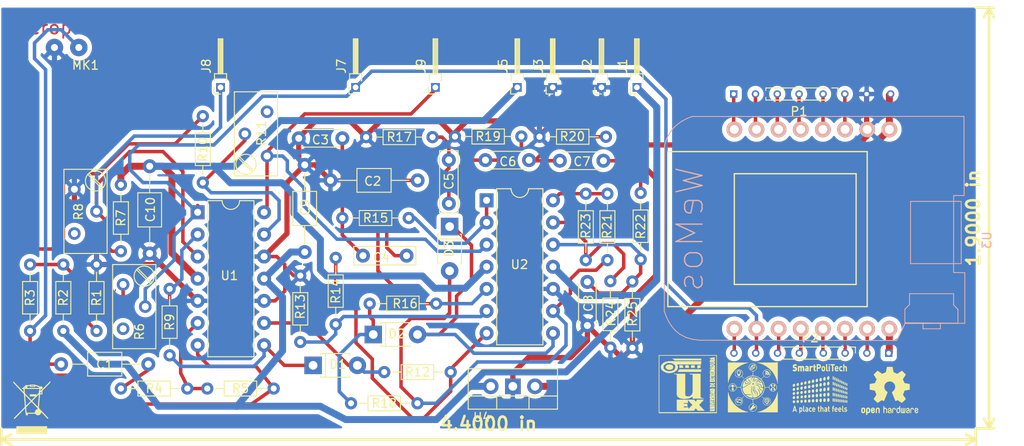
<source format=kicad_pcb>
(kicad_pcb (version 4) (host pcbnew 4.0.7-e2-6376~58~ubuntu16.04.1)
  (title_block (title "Sound Pressure Meter") (date 2017-12-15) (company "Jaime Borrallo Rivera") (comment 1 "Socket para WEMOS incluido"))
  (layers (0 F.Cu signal) (31 B.Cu signal) (34 B.Paste user) (35 F.Paste user) (36 B.SilkS user) (37 F.SilkS user) (38 B.Mask user) (39 F.Mask user) (44 Edge.Cuts user))
  (net 0 "")
  (net 1 "Net-(C1-Pad1)")
  (net 2 "Net-(C1-Pad2)")
  (net 3 GND)
  (net 4 "Net-(R1-Pad1)")
  (net 5 "Net-(R4-Pad2)")
  (net 6 "Net-(C2-Pad1)")
  (net 7 "Net-(C3-Pad1)")
  (net 8 "Net-(C4-Pad1)")
  (net 9 "Net-(C5-Pad1)")
  (net 10 "Net-(C6-Pad1)")
  (net 11 "Net-(C7-Pad1)")
  (net 12 "Net-(C8-Pad1)")
  (net 13 "Net-(D1-Pad1)")
  (net 14 "Net-(D1-Pad2)")
  (net 15 "Net-(D2-Pad1)")
  (net 16 "Net-(D2-Pad2)")
  (net 17 "Net-(D3-Pad2)")
  (net 18 "Net-(R10-Pad1)")
  (net 19 "Net-(R6-Pad1)")
  (net 20 "Net-(R10-Pad2)")
  (net 21 "Net-(R12-Pad2)")
  (net 22 "Net-(R23-Pad1)")
  (net 23 "Net-(R13-Pad2)")
  (net 24 "Net-(R15-Pad2)")
  (net 25 "Net-(R21-Pad2)")
  (net 26 C9)
  (net 27 C10)
  (net 28 Output)
  (net 29 "Net-(J8-Pad1)")
  (net 30 "Net-(J9-Pad1)")
  (net 31 "Net-(P1-Pad1)")
  (net 32 "Net-(P1-Pad2)")
  (net 33 "Net-(P1-Pad3)")
  (net 34 "Net-(P1-Pad4)")
  (net 35 "Net-(P1-Pad5)")
  (net 36 "Net-(P1-Pad6)")
  (net 37 "Net-(P1-Pad8)")
  (net 38 "Net-(P2-Pad1)")
  (net 39 "Net-(P2-Pad2)")
  (net 40 "Net-(P2-Pad3)")
  (net 41 "Net-(P2-Pad4)")
  (net 42 "Net-(P2-Pad5)")
  (net 43 "Net-(P2-Pad6)")
  (net 44 "Net-(P2-Pad8)")
  (module Wire_Connections_Bridges:WireConnection_0.80mmDrill (layer F.Cu) (at 94.996 57.912)
    (fp_text reference MK1 (at 3.556 2.032 180) (layer F.SilkS))
    (fp_text value Microphone_Condenser)
    (pad 1 thru_hole circle (at 0 0) (size 1.99898 1.99898) (drill 0.8001) (layers *.Cu *.Mask) (net 3 GND))
    (pad 2 thru_hole circle (at 2.794 0) (size 1.99898 1.99898) (drill 0.8001) (layers *.Cu *.Mask) (net 1 "Net-(C1-Pad1)"))
  )
  (module wemos_d1_mini:D1_mini_board (layer B.Cu) (at 183.134 78.74 270)
    (fp_text reference U3 (at 1.27 -18.81 270) (layer B.SilkS) (effects (justify mirror)))
    (fp_text value WeMos_mini)
    (fp_text user WeMos (at 0 15.24 270) (layer B.SilkS) (effects (font (size 3 3)) (justify mirror)))
    (pad 8 thru_hole circle (at -11.43 10.16 270) (size 1.8 1.8) (drill 1.016) (layers *.Cu *.Mask B.SilkS) (net 31 "Net-(P1-Pad1)"))
    (pad 7 thru_hole circle (at -11.43 7.62 270) (size 1.8 1.8) (drill 1.016) (layers *.Cu *.Mask B.SilkS) (net 32 "Net-(P1-Pad2)"))
    (pad 6 thru_hole circle (at -11.43 5.08 270) (size 1.8 1.8) (drill 1.016) (layers *.Cu *.Mask B.SilkS) (net 33 "Net-(P1-Pad3)"))
    (pad 5 thru_hole circle (at -11.43 2.54 270) (size 1.8 1.8) (drill 1.016) (layers *.Cu *.Mask B.SilkS) (net 34 "Net-(P1-Pad4)"))
    (pad 4 thru_hole circle (at -11.43 0 270) (size 1.8 1.8) (drill 1.016) (layers *.Cu *.Mask B.SilkS) (net 35 "Net-(P1-Pad5)"))
    (pad 3 thru_hole circle (at -11.43 -2.54 270) (size 1.8 1.8) (drill 1.016) (layers *.Cu *.Mask B.SilkS) (net 36 "Net-(P1-Pad6)"))
    (pad 2 thru_hole circle (at -11.43 -5.08 270) (size 1.8 1.8) (drill 1.016) (layers *.Cu *.Mask B.SilkS) (net 3 GND))
    (pad 1 thru_hole circle (at -11.43 -7.62 270) (size 1.8 1.8) (drill 1.016) (layers *.Cu *.Mask B.SilkS) (net 37 "Net-(P1-Pad8)"))
    (pad 16 thru_hole circle (at 11.43 -7.62 270) (size 1.8 1.8) (drill 1.016) (layers *.Cu *.Mask B.SilkS) (net 38 "Net-(P2-Pad1)"))
    (pad 15 thru_hole circle (at 11.43 -5.08 270) (size 1.8 1.8) (drill 1.016) (layers *.Cu *.Mask B.SilkS) (net 39 "Net-(P2-Pad2)"))
    (pad 14 thru_hole circle (at 11.43 -2.54 270) (size 1.8 1.8) (drill 1.016) (layers *.Cu *.Mask B.SilkS) (net 40 "Net-(P2-Pad3)"))
    (pad 13 thru_hole circle (at 11.43 0 270) (size 1.8 1.8) (drill 1.016) (layers *.Cu *.Mask B.SilkS) (net 41 "Net-(P2-Pad4)"))
    (pad 12 thru_hole circle (at 11.43 2.54 270) (size 1.8 1.8) (drill 1.016) (layers *.Cu *.Mask B.SilkS) (net 42 "Net-(P2-Pad5)"))
    (pad 11 thru_hole circle (at 11.43 5.08 270) (size 1.8 1.8) (drill 1.016) (layers *.Cu *.Mask B.SilkS) (net 43 "Net-(P2-Pad6)"))
    (pad 10 thru_hole circle (at 11.43 7.62 270) (size 1.8 1.8) (drill 1.016) (layers *.Cu *.Mask B.SilkS) (net 28 Output))
    (pad 9 thru_hole circle (at 11.43 10.16 270) (size 1.8 1.8) (drill 1.016) (layers *.Cu *.Mask B.SilkS) (net 44 "Net-(P2-Pad8)"))
  )
  (module Housings_DIP:DIP-14_W7.62mm (layer F.Cu) (at 111.42 76.81)
    (fp_text reference U1 (at 3.642 7.264) (layer F.SilkS))
    (fp_text value TL074)
    (pad 1 thru_hole rect (at 0 0) (size 1.6 1.6) (drill 0.8) (layers *.Cu *.Mask) (net 28 Output))
    (pad 8 thru_hole oval (at 7.62 15.24) (size 1.6 1.6) (drill 0.8) (layers *.Cu *.Mask) (net 13 "Net-(D1-Pad1)"))
    (pad 2 thru_hole oval (at 0 2.54) (size 1.6 1.6) (drill 0.8) (layers *.Cu *.Mask) (net 19 "Net-(R6-Pad1)"))
    (pad 9 thru_hole oval (at 7.62 12.7) (size 1.6 1.6) (drill 0.8) (layers *.Cu *.Mask) (net 14 "Net-(D1-Pad2)"))
    (pad 3 thru_hole oval (at 0 5.08) (size 1.6 1.6) (drill 0.8) (layers *.Cu *.Mask) (net 29 "Net-(J8-Pad1)"))
    (pad 10 thru_hole oval (at 7.62 10.16) (size 1.6 1.6) (drill 0.8) (layers *.Cu *.Mask) (net 3 GND))
    (pad 4 thru_hole oval (at 0 7.62) (size 1.6 1.6) (drill 0.8) (layers *.Cu *.Mask) (net 27 C10))
    (pad 11 thru_hole oval (at 7.62 7.62) (size 1.6 1.6) (drill 0.8) (layers *.Cu *.Mask) (net 26 C9))
    (pad 5 thru_hole oval (at 0 10.16) (size 1.6 1.6) (drill 0.8) (layers *.Cu *.Mask) (net 3 GND))
    (pad 12 thru_hole oval (at 7.62 5.08) (size 1.6 1.6) (drill 0.8) (layers *.Cu *.Mask) (net 3 GND))
    (pad 6 thru_hole oval (at 0 12.7) (size 1.6 1.6) (drill 0.8) (layers *.Cu *.Mask) (net 5 "Net-(R4-Pad2)"))
    (pad 13 thru_hole oval (at 7.62 2.54) (size 1.6 1.6) (drill 0.8) (layers *.Cu *.Mask) (net 20 "Net-(R10-Pad2)"))
    (pad 7 thru_hole oval (at 0 15.24) (size 1.6 1.6) (drill 0.8) (layers *.Cu *.Mask) (net 18 "Net-(R10-Pad1)"))
    (pad 14 thru_hole oval (at 7.62 0) (size 1.6 1.6) (drill 0.8) (layers *.Cu *.Mask) (net 30 "Net-(J9-Pad1)"))
  )
  (module Housings_DIP:DIP-14_W7.62mm (layer F.Cu) (at 144.56 75.44)
    (fp_text reference U2 (at 3.776 7.364) (layer F.SilkS))
    (fp_text value TL074)
    (pad 1 thru_hole rect (at 0 0) (size 1.6 1.6) (drill 0.8) (layers *.Cu *.Mask) (net 24 "Net-(R15-Pad2)"))
    (pad 8 thru_hole oval (at 7.62 15.24) (size 1.6 1.6) (drill 0.8) (layers *.Cu *.Mask) (net 16 "Net-(D2-Pad2)"))
    (pad 2 thru_hole oval (at 0 2.54) (size 1.6 1.6) (drill 0.8) (layers *.Cu *.Mask) (net 24 "Net-(R15-Pad2)"))
    (pad 9 thru_hole oval (at 7.62 12.7) (size 1.6 1.6) (drill 0.8) (layers *.Cu *.Mask) (net 17 "Net-(D3-Pad2)"))
    (pad 3 thru_hole oval (at 0 5.08) (size 1.6 1.6) (drill 0.8) (layers *.Cu *.Mask) (net 30 "Net-(J9-Pad1)"))
    (pad 10 thru_hole oval (at 7.62 10.16) (size 1.6 1.6) (drill 0.8) (layers *.Cu *.Mask) (net 3 GND))
    (pad 4 thru_hole oval (at 0 7.62) (size 1.6 1.6) (drill 0.8) (layers *.Cu *.Mask) (net 27 C10))
    (pad 11 thru_hole oval (at 7.62 7.62) (size 1.6 1.6) (drill 0.8) (layers *.Cu *.Mask) (net 26 C9))
    (pad 5 thru_hole oval (at 0 10.16) (size 1.6 1.6) (drill 0.8) (layers *.Cu *.Mask) (net 6 "Net-(C2-Pad1)"))
    (pad 12 thru_hole oval (at 7.62 5.08) (size 1.6 1.6) (drill 0.8) (layers *.Cu *.Mask) (net 12 "Net-(C8-Pad1)"))
    (pad 6 thru_hole oval (at 0 12.7) (size 1.6 1.6) (drill 0.8) (layers *.Cu *.Mask) (net 23 "Net-(R13-Pad2)"))
    (pad 13 thru_hole oval (at 7.62 2.54) (size 1.6 1.6) (drill 0.8) (layers *.Cu *.Mask) (net 22 "Net-(R23-Pad1)"))
    (pad 7 thru_hole oval (at 0 15.24) (size 1.6 1.6) (drill 0.8) (layers *.Cu *.Mask) (net 21 "Net-(R12-Pad2)"))
    (pad 14 thru_hole oval (at 7.62 0) (size 1.6 1.6) (drill 0.8) (layers *.Cu *.Mask) (net 25 "Net-(R21-Pad2)"))
  )
  (module Capacitors_THT:C_Axial_L3.8mm_D2.6mm_P10.00mm_Horizontal (layer F.Cu) (at 95.758 94.234)
    (fp_text reference C1 (at 4.992 0.016) (layer F.SilkS))
    (fp_text value 1u)
    (pad 1 thru_hole circle (at 0 0) (size 1.6 1.6) (drill 0.8) (layers *.Cu *.Mask) (net 1 "Net-(C1-Pad1)"))
    (pad 2 thru_hole oval (at 10 0) (size 1.6 1.6) (drill 0.8) (layers *.Cu *.Mask) (net 2 "Net-(C1-Pad2)"))
  )
  (module Capacitors_THT:C_Axial_L3.8mm_D2.6mm_P10.00mm_Horizontal (layer F.Cu) (at 136.652 73.152 180)
    (fp_text reference C2 (at 5.152 -0.098 180) (layer F.SilkS))
    (fp_text value 2.2u)
    (pad 1 thru_hole circle (at 0 0 180) (size 1.6 1.6) (drill 0.8) (layers *.Cu *.Mask) (net 6 "Net-(C2-Pad1)"))
    (pad 2 thru_hole oval (at 10 0 180) (size 1.6 1.6) (drill 0.8) (layers *.Cu *.Mask) (net 3 GND))
  )
  (module Capacitors_THT:C_Disc_D4.3mm_W1.9mm_P5.00mm (layer F.Cu) (at 128.016 68.326 180)
    (fp_text reference C3 (at 2.516 -0.174 180) (layer F.SilkS))
    (fp_text value 2.2n)
    (pad 1 thru_hole circle (at 0 0 180) (size 1.6 1.6) (drill 0.8) (layers *.Cu *.Mask) (net 7 "Net-(C3-Pad1)"))
    (pad 2 thru_hole circle (at 5 0 180) (size 1.6 1.6) (drill 0.8) (layers *.Cu *.Mask) (net 3 GND))
  )
  (module Capacitors_THT:C_Rect_L7.0mm_W2.0mm_P5.00mm (layer F.Cu) (at 135.382 81.788 180)
    (fp_text reference C4 (at 2.882 -0.212 180) (layer F.SilkS))
    (fp_text value 100n)
    (pad 1 thru_hole circle (at 0 0 180) (size 1.6 1.6) (drill 0.8) (layers *.Cu *.Mask) (net 8 "Net-(C4-Pad1)"))
    (pad 2 thru_hole circle (at 5 0 180) (size 1.6 1.6) (drill 0.8) (layers *.Cu *.Mask) (net 7 "Net-(C3-Pad1)"))
  )
  (module Capacitors_THT:C_Rect_L7.0mm_W2.0mm_P5.00mm (layer F.Cu) (at 140.23 75.81 90)
    (fp_text reference C5 (at 2.56 0.02 90) (layer F.SilkS))
    (fp_text value 100n)
    (pad 1 thru_hole circle (at 0 0 90) (size 1.6 1.6) (drill 0.8) (layers *.Cu *.Mask) (net 9 "Net-(C5-Pad1)"))
    (pad 2 thru_hole circle (at 5 0 90) (size 1.6 1.6) (drill 0.8) (layers *.Cu *.Mask) (net 8 "Net-(C4-Pad1)"))
  )
  (module Capacitors_THT:C_Disc_D4.3mm_W1.9mm_P5.00mm (layer F.Cu) (at 149.43 70.83 180)
    (fp_text reference C6 (at 2.43 -0.17 180) (layer F.SilkS))
    (fp_text value 4.7n)
    (pad 1 thru_hole circle (at 0 0 180) (size 1.6 1.6) (drill 0.8) (layers *.Cu *.Mask) (net 10 "Net-(C6-Pad1)"))
    (pad 2 thru_hole circle (at 5 0 180) (size 1.6 1.6) (drill 0.8) (layers *.Cu *.Mask) (net 9 "Net-(C5-Pad1)"))
  )
  (module Capacitors_THT:C_Disc_D4.3mm_W1.9mm_P5.00mm (layer F.Cu) (at 157.96 70.9 180)
    (fp_text reference C7 (at 2.46 -0.1 180) (layer F.SilkS))
    (fp_text value 4.7n)
    (pad 1 thru_hole circle (at 0 0 180) (size 1.6 1.6) (drill 0.8) (layers *.Cu *.Mask) (net 11 "Net-(C7-Pad1)"))
    (pad 2 thru_hole circle (at 5 0 180) (size 1.6 1.6) (drill 0.8) (layers *.Cu *.Mask) (net 10 "Net-(C6-Pad1)"))
  )
  (module Capacitors_THT:C_Disc_D4.3mm_W1.9mm_P5.00mm (layer F.Cu) (at 156.12 84.8 270)
    (fp_text reference C8 (at 2.45 -0.13 270) (layer F.SilkS))
    (fp_text value 1n)
    (pad 1 thru_hole circle (at 0 0 270) (size 1.6 1.6) (drill 0.8) (layers *.Cu *.Mask) (net 12 "Net-(C8-Pad1)"))
    (pad 2 thru_hole circle (at 5 0 270) (size 1.6 1.6) (drill 0.8) (layers *.Cu *.Mask) (net 3 GND))
  )
  (module Capacitors_THT:C_Axial_L3.8mm_D2.6mm_P10.00mm_Horizontal (layer F.Cu) (at 123.698 71.374 270)
    (fp_text reference C9 (at 4.876 -0.052 270) (layer F.SilkS))
    (fp_text value 33u)
    (pad 1 thru_hole circle (at 0 0 270) (size 1.6 1.6) (drill 0.8) (layers *.Cu *.Mask) (net 3 GND))
    (pad 2 thru_hole oval (at 10 0 270) (size 1.6 1.6) (drill 0.8) (layers *.Cu *.Mask) (net 26 C9))
  )
  (module Capacitors_THT:C_Axial_L3.8mm_D2.6mm_P10.00mm_Horizontal (layer F.Cu) (at 105.918 81.534 90)
    (fp_text reference C10 (at 5.034 0.082 90) (layer F.SilkS))
    (fp_text value 33u)
    (pad 1 thru_hole circle (at 0 0 90) (size 1.6 1.6) (drill 0.8) (layers *.Cu *.Mask) (net 3 GND))
    (pad 2 thru_hole oval (at 10 0 90) (size 1.6 1.6) (drill 0.8) (layers *.Cu *.Mask) (net 27 C10))
  )
  (module Diodes_THT:D_T-1_P5.08mm_Horizontal (layer F.Cu) (at 124.66 94.37)
    (fp_text reference D1 (at 2.84 -0.12) (layer F.SilkS))
    (fp_text value 1N4148)
    (pad 1 thru_hole rect (at 0 0) (size 2 2) (drill 1) (layers *.Cu *.Mask) (net 13 "Net-(D1-Pad1)"))
    (pad 2 thru_hole oval (at 5.08 0) (size 2 2) (drill 1) (layers *.Cu *.Mask) (net 14 "Net-(D1-Pad2)"))
  )
  (module Diodes_THT:D_T-1_P5.08mm_Horizontal (layer F.Cu) (at 131.56 90.83)
    (fp_text reference D2 (at 2.69 -0.08) (layer F.SilkS))
    (fp_text value 1N4148)
    (pad 1 thru_hole rect (at 0 0) (size 2 2) (drill 1) (layers *.Cu *.Mask) (net 15 "Net-(D2-Pad1)"))
    (pad 2 thru_hole oval (at 5.08 0) (size 2 2) (drill 1) (layers *.Cu *.Mask) (net 16 "Net-(D2-Pad2)"))
  )
  (module Diodes_THT:D_T-1_P5.08mm_Horizontal (layer F.Cu) (at 140.32 78.45 270)
    (fp_text reference D3 (at 2.55 0.07 270) (layer F.SilkS))
    (fp_text value 1N4148)
    (pad 1 thru_hole rect (at 0 0 270) (size 2 2) (drill 1) (layers *.Cu *.Mask) (net 16 "Net-(D2-Pad2)"))
    (pad 2 thru_hole oval (at 5.08 0 270) (size 2 2) (drill 1) (layers *.Cu *.Mask) (net 17 "Net-(D3-Pad2)"))
  )
  (module Resistors_THT:R_Axial_DIN0204_L3.6mm_D1.6mm_P7.62mm_Horizontal (layer F.Cu) (at 99.822 90.424 90)
    (fp_text reference R1 (at 3.81 0 90) (layer F.SilkS))
    (fp_text value 300)
    (pad 1 thru_hole circle (at 0 0 90) (size 1.4 1.4) (drill 0.7) (layers *.Cu *.Mask) (net 4 "Net-(R1-Pad1)"))
    (pad 2 thru_hole oval (at 7.62 0 90) (size 1.4 1.4) (drill 0.7) (layers *.Cu *.Mask) (net 3 GND))
  )
  (module Resistors_THT:R_Axial_DIN0204_L3.6mm_D1.6mm_P7.62mm_Horizontal (layer F.Cu) (at 96.012 90.424 90)
    (fp_text reference R2 (at 3.81 0 90) (layer F.SilkS))
    (fp_text value 1k)
    (pad 1 thru_hole circle (at 0 0 90) (size 1.4 1.4) (drill 0.7) (layers *.Cu *.Mask) (net 26 C9))
    (pad 2 thru_hole oval (at 7.62 0 90) (size 1.4 1.4) (drill 0.7) (layers *.Cu *.Mask) (net 4 "Net-(R1-Pad1)"))
  )
  (module Resistors_THT:R_Axial_DIN0204_L3.6mm_D1.6mm_P7.62mm_Horizontal (layer F.Cu) (at 92.202 90.424 90)
    (fp_text reference R3 (at 3.81 0 90) (layer F.SilkS))
    (fp_text value 2.2k)
    (pad 1 thru_hole circle (at 0 0 90) (size 1.4 1.4) (drill 0.7) (layers *.Cu *.Mask) (net 1 "Net-(C1-Pad1)"))
    (pad 2 thru_hole oval (at 7.62 0 90) (size 1.4 1.4) (drill 0.7) (layers *.Cu *.Mask) (net 4 "Net-(R1-Pad1)"))
  )
  (module Resistors_THT:R_Axial_DIN0204_L3.6mm_D1.6mm_P7.62mm_Horizontal (layer F.Cu) (at 102.616 97.028)
    (fp_text reference R4 (at 3.81 0) (layer F.SilkS))
    (fp_text value 1k)
    (pad 1 thru_hole circle (at 0 0) (size 1.4 1.4) (drill 0.7) (layers *.Cu *.Mask) (net 2 "Net-(C1-Pad2)"))
    (pad 2 thru_hole oval (at 7.62 0) (size 1.4 1.4) (drill 0.7) (layers *.Cu *.Mask) (net 5 "Net-(R4-Pad2)"))
  )
  (module Resistors_THT:R_Axial_DIN0204_L3.6mm_D1.6mm_P7.62mm_Horizontal (layer F.Cu) (at 120.142 97.028 180)
    (fp_text reference R5 (at 3.81 0 180) (layer F.SilkS))
    (fp_text value "20 k")
    (pad 1 thru_hole circle (at 0 0 180) (size 1.4 1.4) (drill 0.7) (layers *.Cu *.Mask) (net 18 "Net-(R10-Pad1)"))
    (pad 2 thru_hole oval (at 7.62 0 180) (size 1.4 1.4) (drill 0.7) (layers *.Cu *.Mask) (net 5 "Net-(R4-Pad2)"))
  )
  (module Resistors_THT:R_Axial_DIN0204_L3.6mm_D1.6mm_P7.62mm_Horizontal (layer F.Cu) (at 102.616 81.28 90)
    (fp_text reference R7 (at 3.81 0 90) (layer F.SilkS))
    (fp_text value 10k)
    (pad 1 thru_hole circle (at 0 0 90) (size 1.4 1.4) (drill 0.7) (layers *.Cu *.Mask) (net 29 "Net-(J8-Pad1)"))
    (pad 2 thru_hole oval (at 7.62 0 90) (size 1.4 1.4) (drill 0.7) (layers *.Cu *.Mask) (net 27 C10))
  )
  (module Resistors_THT:R_Axial_DIN0204_L3.6mm_D1.6mm_P7.62mm_Horizontal (layer F.Cu) (at 108.204 85.598 270)
    (fp_text reference R9 (at 3.81 0 270) (layer F.SilkS))
    (fp_text value 1k)
    (pad 1 thru_hole circle (at 0 0 270) (size 1.4 1.4) (drill 0.7) (layers *.Cu *.Mask) (net 19 "Net-(R6-Pad1)"))
    (pad 2 thru_hole oval (at 7.62 0 270) (size 1.4 1.4) (drill 0.7) (layers *.Cu *.Mask) (net 13 "Net-(D1-Pad1)"))
  )
  (module Resistors_THT:R_Axial_DIN0204_L3.6mm_D1.6mm_P7.62mm_Horizontal (layer F.Cu) (at 112.014 65.786 270)
    (fp_text reference R10 (at 3.81 0 270) (layer F.SilkS))
    (fp_text value 1k)
    (pad 1 thru_hole circle (at 0 0 270) (size 1.4 1.4) (drill 0.7) (layers *.Cu *.Mask) (net 18 "Net-(R10-Pad1)"))
    (pad 2 thru_hole oval (at 7.62 0 270) (size 1.4 1.4) (drill 0.7) (layers *.Cu *.Mask) (net 20 "Net-(R10-Pad2)"))
  )
  (module Resistors_THT:R_Axial_DIN0204_L3.6mm_D1.6mm_P7.62mm_Horizontal (layer F.Cu) (at 132.82 95.14)
    (fp_text reference R12 (at 3.81 0) (layer F.SilkS))
    (fp_text value 1k)
    (pad 1 thru_hole circle (at 0 0) (size 1.4 1.4) (drill 0.7) (layers *.Cu *.Mask) (net 14 "Net-(D1-Pad2)"))
    (pad 2 thru_hole oval (at 7.62 0) (size 1.4 1.4) (drill 0.7) (layers *.Cu *.Mask) (net 21 "Net-(R12-Pad2)"))
  )
  (module Resistors_THT:R_Axial_DIN0204_L3.6mm_D1.6mm_P7.62mm_Horizontal (layer F.Cu) (at 123.19 84.074 270)
    (fp_text reference R13 (at 3.556 0 270) (layer F.SilkS))
    (fp_text value 1k)
    (pad 1 thru_hole circle (at 0 0 270) (size 1.4 1.4) (drill 0.7) (layers *.Cu *.Mask) (net 3 GND))
    (pad 2 thru_hole oval (at 7.62 0 270) (size 1.4 1.4) (drill 0.7) (layers *.Cu *.Mask) (net 23 "Net-(R13-Pad2)"))
  )
  (module Resistors_THT:R_Axial_DIN0204_L3.6mm_D1.6mm_P7.62mm_Horizontal (layer F.Cu) (at 127.254 89.662 90)
    (fp_text reference R14 (at 3.81 0 90) (layer F.SilkS))
    (fp_text value 1.5k)
    (pad 1 thru_hole circle (at 0 0 90) (size 1.4 1.4) (drill 0.7) (layers *.Cu *.Mask) (net 23 "Net-(R13-Pad2)"))
    (pad 2 thru_hole oval (at 7.62 0 90) (size 1.4 1.4) (drill 0.7) (layers *.Cu *.Mask) (net 21 "Net-(R12-Pad2)"))
  )
  (module Resistors_THT:R_Axial_DIN0204_L3.6mm_D1.6mm_P7.62mm_Horizontal (layer F.Cu) (at 128.016 77.47)
    (fp_text reference R15 (at 3.81 0) (layer F.SilkS))
    (fp_text value "6.04 k")
    (pad 1 thru_hole circle (at 0 0) (size 1.4 1.4) (drill 0.7) (layers *.Cu *.Mask) (net 7 "Net-(C3-Pad1)"))
    (pad 2 thru_hole oval (at 7.62 0) (size 1.4 1.4) (drill 0.7) (layers *.Cu *.Mask) (net 24 "Net-(R15-Pad2)"))
  )
  (module Resistors_THT:R_Axial_DIN0204_L3.6mm_D1.6mm_P7.62mm_Horizontal (layer F.Cu) (at 138.77 87.29 180)
    (fp_text reference R16 (at 3.556 0 180) (layer F.SilkS))
    (fp_text value 56.7k)
    (pad 1 thru_hole circle (at 0 0 180) (size 1.4 1.4) (drill 0.7) (layers *.Cu *.Mask) (net 6 "Net-(C2-Pad1)"))
    (pad 2 thru_hole oval (at 7.62 0 180) (size 1.4 1.4) (drill 0.7) (layers *.Cu *.Mask) (net 15 "Net-(D2-Pad1)"))
  )
  (module Resistors_THT:R_Axial_DIN0204_L3.6mm_D1.6mm_P7.62mm_Horizontal (layer F.Cu) (at 130.74 68.19)
    (fp_text reference R17 (at 3.81 0) (layer F.SilkS))
    (fp_text value "82.5 k")
    (pad 1 thru_hole circle (at 0 0) (size 1.4 1.4) (drill 0.7) (layers *.Cu *.Mask) (net 3 GND))
    (pad 2 thru_hole oval (at 7.62 0) (size 1.4 1.4) (drill 0.7) (layers *.Cu *.Mask) (net 8 "Net-(C4-Pad1)"))
  )
  (module Resistors_THT:R_Axial_DIN0204_L3.6mm_D1.6mm_P7.62mm_Horizontal (layer F.Cu) (at 129.01 98.72)
    (fp_text reference R18 (at 3.81 0) (layer F.SilkS))
    (fp_text value 1k)
    (pad 1 thru_hole circle (at 0 0) (size 1.4 1.4) (drill 0.7) (layers *.Cu *.Mask) (net 15 "Net-(D2-Pad1)"))
    (pad 2 thru_hole oval (at 7.62 0) (size 1.4 1.4) (drill 0.7) (layers *.Cu *.Mask) (net 17 "Net-(D3-Pad2)"))
  )
  (module Resistors_THT:R_Axial_DIN0204_L3.6mm_D1.6mm_P7.62mm_Horizontal (layer F.Cu) (at 140.93 68.12)
    (fp_text reference R19 (at 3.81 0) (layer F.SilkS))
    (fp_text value "82.5 k")
    (pad 1 thru_hole circle (at 0 0) (size 1.4 1.4) (drill 0.7) (layers *.Cu *.Mask) (net 3 GND))
    (pad 2 thru_hole oval (at 7.62 0) (size 1.4 1.4) (drill 0.7) (layers *.Cu *.Mask) (net 9 "Net-(C5-Pad1)"))
  )
  (module Resistors_THT:R_Axial_DIN0204_L3.6mm_D1.6mm_P7.62mm_Horizontal (layer F.Cu) (at 150.63 68.15)
    (fp_text reference R20 (at 3.77 -0.03) (layer F.SilkS))
    (fp_text value "150 k")
    (pad 1 thru_hole circle (at 0 0) (size 1.4 1.4) (drill 0.7) (layers *.Cu *.Mask) (net 3 GND))
    (pad 2 thru_hole oval (at 7.62 0) (size 1.4 1.4) (drill 0.7) (layers *.Cu *.Mask) (net 10 "Net-(C6-Pad1)"))
  )
  (module Resistors_THT:R_Axial_DIN0204_L3.6mm_D1.6mm_P7.62mm_Horizontal (layer F.Cu) (at 158.42 82.3 90)
    (fp_text reference R21 (at 3.89 -0.04 90) (layer F.SilkS))
    (fp_text value 1k)
    (pad 1 thru_hole circle (at 0 0 90) (size 1.4 1.4) (drill 0.7) (layers *.Cu *.Mask) (net 17 "Net-(D3-Pad2)"))
    (pad 2 thru_hole oval (at 7.62 0 90) (size 1.4 1.4) (drill 0.7) (layers *.Cu *.Mask) (net 25 "Net-(R21-Pad2)"))
  )
  (module Resistors_THT:R_Axial_DIN0204_L3.6mm_D1.6mm_P7.62mm_Horizontal (layer F.Cu) (at 162.23 74.6 270)
    (fp_text reference R22 (at 3.85 0 270) (layer F.SilkS))
    (fp_text value "82.5 k")
    (pad 1 thru_hole circle (at 0 0 270) (size 1.4 1.4) (drill 0.7) (layers *.Cu *.Mask) (net 11 "Net-(C7-Pad1)"))
    (pad 2 thru_hole oval (at 7.62 0 270) (size 1.4 1.4) (drill 0.7) (layers *.Cu *.Mask) (net 12 "Net-(C8-Pad1)"))
  )
  (module Resistors_THT:R_Axial_DIN0204_L3.6mm_D1.6mm_P7.62mm_Horizontal (layer F.Cu) (at 155.94 82.3 90)
    (fp_text reference R23 (at 3.92 0 90) (layer F.SilkS))
    (fp_text value 4k)
    (pad 1 thru_hole circle (at 0 0 90) (size 1.4 1.4) (drill 0.7) (layers *.Cu *.Mask) (net 22 "Net-(R23-Pad1)"))
    (pad 2 thru_hole oval (at 7.62 0 90) (size 1.4 1.4) (drill 0.7) (layers *.Cu *.Mask) (net 25 "Net-(R21-Pad2)"))
  )
  (module Resistors_THT:R_Axial_DIN0204_L3.6mm_D1.6mm_P7.62mm_Horizontal (layer F.Cu) (at 158.76 84.71 270)
    (fp_text reference R24 (at 3.75 -0.074 270) (layer F.SilkS))
    (fp_text value 1k)
    (pad 1 thru_hole circle (at 0 0 270) (size 1.4 1.4) (drill 0.7) (layers *.Cu *.Mask) (net 22 "Net-(R23-Pad1)"))
    (pad 2 thru_hole oval (at 7.62 0 270) (size 1.4 1.4) (drill 0.7) (layers *.Cu *.Mask) (net 3 GND))
  )
  (module Resistors_THT:R_Axial_DIN0204_L3.6mm_D1.6mm_P7.62mm_Horizontal (layer F.Cu) (at 161.28 92.37 90)
    (fp_text reference R25 (at 3.904 0.016 90) (layer F.SilkS))
    (fp_text value "20 k")
    (pad 1 thru_hole circle (at 0 0 90) (size 1.4 1.4) (drill 0.7) (layers *.Cu *.Mask) (net 3 GND))
    (pad 2 thru_hole oval (at 7.62 0 90) (size 1.4 1.4) (drill 0.7) (layers *.Cu *.Mask) (net 12 "Net-(C8-Pad1)"))
  )
  (module Pin_Headers:Pin_Header_Angled_1x01_Pitch1.27mm (layer F.Cu) (at 161.798 62.484 90)
    (fp_text reference J1 (at 2.4325 -1.635 90) (layer F.SilkS))
    (fp_text value VCC+)
    (pad 1 thru_hole rect (at 0 0 90) (size 1 1) (drill 0.65) (layers *.Cu *.Mask) (net 26 C9))
  )
  (module Pin_Headers:Pin_Header_Angled_1x01_Pitch1.27mm (layer F.Cu) (at 157.734 62.484 90)
    (fp_text reference J2 (at 2.4325 -1.635 90) (layer F.SilkS))
    (fp_text value GND)
    (pad 1 thru_hole rect (at 0 0 90) (size 1 1) (drill 0.65) (layers *.Cu *.Mask) (net 3 GND))
  )
  (module Pin_Headers:Pin_Header_Angled_1x01_Pitch1.27mm (layer F.Cu) (at 148.082 62.484 90)
    (fp_text reference J5 (at 2.4325 -1.635 90) (layer F.SilkS))
    (fp_text value VDD-)
    (pad 1 thru_hole rect (at 0 0 90) (size 1 1) (drill 0.65) (layers *.Cu *.Mask) (net 27 C10))
  )
  (module Potentiometers:Potentiometer_Trimmer_Bourns_3296Y (layer F.Cu) (at 102.87 85.09 90)
    (fp_text reference R6 (at -5.41 1.88 270) (layer F.SilkS))
    (fp_text value 10k)
    (pad 1 thru_hole circle (at 0 0 90) (size 1.44 1.44) (drill 0.8) (layers *.Cu *.Mask) (net 19 "Net-(R6-Pad1)"))
    (pad 2 thru_hole circle (at -2.54 2.54 90) (size 1.44 1.44) (drill 0.8) (layers *.Cu *.Mask) (net 28 Output))
    (pad 3 thru_hole circle (at -5.08 0 90) (size 1.44 1.44) (drill 0.8) (layers *.Cu *.Mask))
  )
  (module Potentiometers:Potentiometer_Trimmer_Bourns_3296Y (layer F.Cu) (at 97.282 74.168 90)
    (fp_text reference R8 (at -2.582 0.468 270) (layer F.SilkS))
    (fp_text value 1k)
    (pad 1 thru_hole circle (at 0 0 90) (size 1.44 1.44) (drill 0.8) (layers *.Cu *.Mask) (net 3 GND))
    (pad 2 thru_hole circle (at -2.54 2.54 90) (size 1.44 1.44) (drill 0.8) (layers *.Cu *.Mask) (net 29 "Net-(J8-Pad1)"))
    (pad 3 thru_hole circle (at -5.08 0 90) (size 1.44 1.44) (drill 0.8) (layers *.Cu *.Mask))
  )
  (module Potentiometers:Potentiometer_Trimmer_Bourns_3296Y (layer F.Cu) (at 119.38 70.358 270)
    (fp_text reference R11 (at -2.608 0.63 270) (layer F.SilkS))
    (fp_text value 50k)
    (pad 1 thru_hole circle (at 0 0 270) (size 1.44 1.44) (drill 0.8) (layers *.Cu *.Mask) (net 30 "Net-(J9-Pad1)"))
    (pad 2 thru_hole circle (at -2.54 2.54 270) (size 1.44 1.44) (drill 0.8) (layers *.Cu *.Mask) (net 20 "Net-(R10-Pad2)"))
    (pad 3 thru_hole circle (at -5.08 0 270) (size 1.44 1.44) (drill 0.8) (layers *.Cu *.Mask))
  )
  (module Pin_Headers:Pin_Header_Angled_1x01_Pitch1.27mm (layer F.Cu) (at 152.146 62.484 90)
    (fp_text reference J3 (at 2.4325 -1.635 90) (layer F.SilkS))
    (fp_text value GND)
    (pad 1 thru_hole rect (at 0 0 90) (size 1 1) (drill 0.65) (layers *.Cu *.Mask) (net 3 GND))
  )
  (module Pin_Headers:Pin_Header_Angled_1x01_Pitch1.27mm (layer F.Cu) (at 129.54 62.484 90)
    (fp_text reference J7 (at 2.4325 -1.635 90) (layer F.SilkS))
    (fp_text value "Ajuste señal salida")
    (pad 1 thru_hole rect (at 0 0 90) (size 1 1) (drill 0.65) (layers *.Cu *.Mask) (net 28 Output))
  )
  (module Pin_Headers:Pin_Header_Angled_1x01_Pitch1.27mm (layer F.Cu) (at 114.046 62.484 90)
    (fp_text reference J8 (at 2.4325 -1.635 90) (layer F.SilkS))
    (fp_text value "Ajuste nivel umbral")
    (pad 1 thru_hole rect (at 0 0 90) (size 1 1) (drill 0.65) (layers *.Cu *.Mask) (net 29 "Net-(J8-Pad1)"))
  )
  (module Pin_Headers:Pin_Header_Angled_1x01_Pitch1.27mm (layer F.Cu) (at 138.684 62.484 90)
    (fp_text reference J9 (at 2.4325 -1.635 90) (layer F.SilkS))
    (fp_text value "Salida Previo")
    (pad 1 thru_hole rect (at 0 0 90) (size 1 1) (drill 0.65) (layers *.Cu *.Mask) (net 30 "Net-(J9-Pad1)"))
  )
  (module Pin_Headers:Pin_Header_Straight_1x08_Pitch1.00mm (layer F.Cu) (at 184.15 63.246 270)
    (fp_text reference P1 (at 2 3.75 360) (layer F.SilkS))
    (fp_text value CONN_01X08)
    (pad 1 thru_hole rect (at 0 11.25 270) (size 0.85 0.85) (drill 0.5) (layers *.Cu *.Mask) (net 31 "Net-(P1-Pad1)"))
    (pad 2 thru_hole oval (at 0 8.75 270) (size 0.85 0.85) (drill 0.5) (layers *.Cu *.Mask) (net 32 "Net-(P1-Pad2)"))
    (pad 3 thru_hole oval (at 0 6.25 270) (size 0.85 0.85) (drill 0.5) (layers *.Cu *.Mask) (net 33 "Net-(P1-Pad3)"))
    (pad 4 thru_hole oval (at 0 3.75 270) (size 0.85 0.85) (drill 0.5) (layers *.Cu *.Mask) (net 34 "Net-(P1-Pad4)"))
    (pad 5 thru_hole oval (at 0 1 270) (size 0.85 0.85) (drill 0.5) (layers *.Cu *.Mask) (net 35 "Net-(P1-Pad5)"))
    (pad 6 thru_hole oval (at 0 -1.5 270) (size 0.85 0.85) (drill 0.5) (layers *.Cu *.Mask) (net 36 "Net-(P1-Pad6)"))
    (pad 7 thru_hole oval (at 0 -4 270) (size 0.85 0.85) (drill 0.5) (layers *.Cu *.Mask) (net 3 GND))
    (pad 8 thru_hole oval (at 0 -6.75 270) (size 0.85 0.85) (drill 0.5) (layers *.Cu *.Mask) (net 37 "Net-(P1-Pad8)"))
  )
  (module Pin_Headers:Pin_Header_Straight_1x08_Pitch1.00mm (layer F.Cu) (at 186.182 92.964 270)
    (fp_text reference P2 (at -1.75 4.5 360) (layer F.SilkS))
    (fp_text value CONN_01X08)
    (pad 1 thru_hole rect (at 0 -4.5 270) (size 0.85 0.85) (drill 0.5) (layers *.Cu *.Mask) (net 38 "Net-(P2-Pad1)"))
    (pad 2 thru_hole oval (at 0 -2 270) (size 0.85 0.85) (drill 0.5) (layers *.Cu *.Mask) (net 39 "Net-(P2-Pad2)"))
    (pad 3 thru_hole oval (at 0 0.5 270) (size 0.85 0.85) (drill 0.5) (layers *.Cu *.Mask) (net 40 "Net-(P2-Pad3)"))
    (pad 4 thru_hole oval (at 0 3 270) (size 0.85 0.85) (drill 0.5) (layers *.Cu *.Mask) (net 41 "Net-(P2-Pad4)"))
    (pad 5 thru_hole oval (at 0 5.75 270) (size 0.85 0.85) (drill 0.5) (layers *.Cu *.Mask) (net 42 "Net-(P2-Pad5)"))
    (pad 6 thru_hole oval (at 0 8.25 270) (size 0.85 0.85) (drill 0.5) (layers *.Cu *.Mask) (net 43 "Net-(P2-Pad6)"))
    (pad 7 thru_hole oval (at 0 10.75 270) (size 0.85 0.85) (drill 0.5) (layers *.Cu *.Mask) (net 28 Output))
    (pad 8 thru_hole oval (at 0 13.25 270) (size 0.85 0.85) (drill 0.5) (layers *.Cu *.Mask) (net 44 "Net-(P2-Pad8)"))
  )
  (module TO_SOT_Packages_THT:TO-220-3_Vertical (layer F.Cu) (at 150.114 96.774 180)
    (fp_text reference U4 (at 6.096 -3.556 180) (layer F.SilkS))
    (fp_text value AP1117-33)
    (pad 1 thru_hole rect (at 2.54 0 180) (size 1.8 1.8) (drill 1) (layers *.Cu *.Mask) (net 3 GND))
    (pad 2 thru_hole oval (at 0 0 180) (size 1.8 1.8) (drill 1) (layers *.Cu *.Mask) (net 37 "Net-(P1-Pad8)"))
    (pad 3 thru_hole oval (at 5.08 0 180) (size 1.8 1.8) (drill 1) (layers *.Cu *.Mask) (net 26 C9))
  )
  (module biblioteca:sol (layer F.Cu) (at 175.1 96.9)
    (fp_text reference G*** hide)
    (fp_text value LOGO hide)
  )
  (module biblioteca:logoUEx (layer F.Cu) (at 167.64 96.52)
    (fp_text reference G*** hide)
    (fp_text value LOGO hide)
  )
  (module biblioteca:poli2 (layer F.Cu) (at 182.8 96.7)
    (fp_text reference G*** hide)
    (fp_text value LOGO hide)
  )
  (module Symbols:WEEE-Logo_4.2x6mm_SilkScreen (layer F.Cu) (at 92.4 99.2)
    (fp_text reference REF*** hide)
    (fp_text value WEEE-Logo_4.2x6mm_SilkScreen hide)
  )
  (module Symbols:OSHW-Logo2_7.3x6mm_SilkScreen (layer F.Cu) (at 190.8 97.3)
    (fp_text reference REF*** hide)
    (fp_text value OSHW-Logo2_7.3x6mm_SilkScreen hide)
  )
  (gr_text "SOUND PRESSURE METER V.1" (at 182.88 56.134) (layer F.Cu) (effects (font (size 1.5 1.5) (thickness 0.3))))
  (dimension 48.26 (width 0.3) (layer F.SilkS) (gr_text 48,260mm (at 203.534 77.47 90) (layer F.SilkS) (effects (font (size 1.5 1.5) (thickness 0.3)))) (feature1 (pts (xy 200.66 53.34) (xy 204.884 53.34))) (feature2 (pts (xy 200.66 101.6) (xy 204.884 101.6))) (crossbar (pts (xy 202.184 101.6) (xy 202.184 53.34))) (arrow1a (pts (xy 202.184 53.34) (xy 202.770421 54.466504))) (arrow1b (pts (xy 202.184 53.34) (xy 201.597579 54.466504))) (arrow2a (pts (xy 202.184 101.6) (xy 202.770421 100.473496))) (arrow2b (pts (xy 202.184 101.6) (xy 201.597579 100.473496))))
  (dimension 111.76 (width 0.3) (layer F.SilkS) (gr_text 111,760mm (at 144.78 104.22) (layer F.SilkS) (effects (font (size 1.5 1.5) (thickness 0.3)))) (feature1 (pts (xy 200.66 101.6) (xy 200.66 105.57))) (feature2 (pts (xy 88.9 101.6) (xy 88.9 105.57))) (crossbar (pts (xy 88.9 102.87) (xy 200.66 102.87))) (arrow1a (pts (xy 200.66 102.87) (xy 199.533496 103.456421))) (arrow1b (pts (xy 200.66 102.87) (xy 199.533496 102.283579))) (arrow2a (pts (xy 88.9 102.87) (xy 90.026504 103.456421))) (arrow2b (pts (xy 88.9 102.87) (xy 90.026504 102.283579))))
  (gr_text Out (at 101.3 87.4 90) (layer F.Cu) (effects (font (size 1.5 1.5) (thickness 0.1))))
  (gr_text Thr (at 98.1 70.7) (layer F.Cu) (effects (font (size 1.5 1.5) (thickness 0.1))))
  (gr_text Pre (at 117.9 61.5) (layer F.Cu) (effects (font (size 1.5 1.5) (thickness 0.1))))
  (gr_text "Jaime Borrallo Rivera" (at 181.356 59.436) (layer F.Cu) (effects (font (size 1.5 1.5) (thickness 0.25))))
  (gr_text Microphone (at 96.012 55.626) (layer F.Cu) (effects (font (size 1.5 1.5) (thickness 0.2))))
  (gr_text "Previous\n" (at 139.192 56.134) (layer F.Cu) (effects (font (size 1.5 1.5) (thickness 0.2))))
  (gr_text Output (at 129.54 56.134) (layer F.Cu) (effects (font (size 1.5 1.5) (thickness 0.2))))
  (gr_text "Threshold\n" (at 114.808 56.134) (layer F.Cu) (effects (font (size 1.5 1.5) (thickness 0.2))))
  (gr_text VCC+ (at 162.306 56.388) (layer F.Cu) (effects (font (size 1.5 1.5) (thickness 0.2))))
  (gr_text VCC- (at 148.082 56.388) (layer F.Cu) (effects (font (size 1.5 1.5) (thickness 0.2))))
  (gr_text GND (at 154.94 56.388) (layer F.Cu) (effects (font (size 1.5 1.5) (thickness 0.3))))
  (segment (start 93.98 88.646) (end 93.98 60.452) (width 0.4) (layer B.Cu) (net 1))
  (segment (start 92.202 90.424) (end 93.98 88.646) (width 0.4) (layer B.Cu) (net 1))
  (segment (start 95.758 55.88) (end 97.79 57.912) (width 0.4) (layer B.Cu) (net 1))
  (segment (start 94.234 55.88) (end 95.758 55.88) (width 0.4) (layer B.Cu) (net 1))
  (segment (start 92.71 57.404) (end 94.234 55.88) (width 0.4) (layer B.Cu) (net 1))
  (segment (start 92.71 59.182) (end 92.71 57.404) (width 0.4) (layer B.Cu) (net 1))
  (segment (start 93.98 60.452) (end 92.71 59.182) (width 0.4) (layer B.Cu) (net 1))
  (segment (start 97.79 57.912) (end 97.79 57.404) (width 0.4) (layer B.Cu) (net 1))
  (segment (start 95.758 94.234) (end 94.488 94.234) (width 0.4) (layer F.Cu) (net 1))
  (segment (start 92.202 91.948) (end 92.202 90.424) (width 0.4) (layer F.Cu) (net 1))
  (segment (start 94.488 94.234) (end 92.202 91.948) (width 0.4) (layer F.Cu) (net 1))
  (segment (start 92.202 90.17) (end 92.202 90.424) (width 0.6) (layer B.Cu) (net 1))
  (segment (start 105.758 94.902) (end 102.616 97.028) (width 0.4) (layer F.Cu) (net 2))
  (segment (start 105.758 94.234) (end 105.758 94.902) (width 0.4) (layer F.Cu) (net 2))
  (segment (start 94.996 57.912) (end 94.996 59.69) (width 0.6) (layer B.Cu) (net 3))
  (segment (start 97.282 61.976) (end 94.996 59.69) (width 0.6) (layer B.Cu) (net 3))
  (segment (start 97.282 61.976) (end 97.282 74.168) (width 0.6) (layer B.Cu) (net 3))
  (segment (start 152.146 62.484) (end 157.734 62.484) (width 0.6) (layer B.Cu) (net 3))
  (segment (start 152.146 62.484) (end 150.622 64.008) (width 0.6) (layer B.Cu) (net 3))
  (segment (start 150.622 64.008) (end 150.622 68.142) (width 0.6) (layer B.Cu) (net 3))
  (segment (start 150.622 68.142) (end 150.63 68.15) (width 0.6) (layer B.Cu) (net 3))
  (segment (start 188.214 67.31) (end 188.214 68.072) (width 0.6) (layer F.Cu) (net 3))
  (segment (start 188.214 68.072) (end 187.198 69.088) (width 0.6) (layer F.Cu) (net 3))
  (segment (start 160.528 69.088) (end 159.893 68.453) (width 0.6) (layer F.Cu) (net 3))
  (segment (start 187.198 69.088) (end 160.528 69.088) (width 0.6) (layer F.Cu) (net 3))
  (segment (start 188.15 63.246) (end 188.15 67.246) (width 0.6) (layer F.Cu) (net 3))
  (segment (start 188.15 67.246) (end 188.214 67.31) (width 0.6) (layer F.Cu) (net 3))
  (segment (start 147.574 96.774) (end 147.574 95.25) (width 0.6) (layer F.Cu) (net 3))
  (segment (start 156.12 91.53) (end 156.12 89.8) (width 0.6) (layer F.Cu) (net 3))
  (segment (start 154.178 93.472) (end 156.12 91.53) (width 0.6) (layer F.Cu) (net 3))
  (segment (start 149.352 93.472) (end 154.178 93.472) (width 0.6) (layer F.Cu) (net 3))
  (segment (start 147.574 95.25) (end 149.352 93.472) (width 0.6) (layer F.Cu) (net 3))
  (segment (start 140.97 68.08) (end 140.93 68.12) (width 0.6) (layer B.Cu) (net 3))
  (segment (start 160.432 93.218) (end 161.28 92.37) (width 0.6) (layer F.Cu) (net 3))
  (segment (start 159.766 93.218) (end 160.432 93.218) (width 0.6) (layer F.Cu) (net 3))
  (segment (start 158.878 92.33) (end 159.766 93.218) (width 0.6) (layer F.Cu) (net 3))
  (segment (start 122.936 68.246) (end 123.016 68.326) (width 0.6) (layer B.Cu) (net 3))
  (segment (start 122.936 68.246) (end 123.016 68.326) (width 0.6) (layer F.Cu) (net 3))
  (segment (start 99.822 82.804) (end 99.822 79.248) (width 0.6) (layer F.Cu) (net 3))
  (segment (start 97.282 76.708) (end 97.282 74.168) (width 0.6) (layer F.Cu) (net 3))
  (segment (start 99.822 79.248) (end 97.282 76.708) (width 0.6) (layer F.Cu) (net 3))
  (segment (start 158.76 92.33) (end 158.878 92.33) (width 0.6) (layer F.Cu) (net 3))
  (segment (start 161.28 86.751) (end 161.28 92.37) (width 0.6) (layer F.Cu) (net 3))
  (segment (start 150.63 68.064) (end 152.273 66.421) (width 0.6) (layer F.Cu) (net 3))
  (segment (start 152.273 66.421) (end 158.75 66.421) (width 0.6) (layer F.Cu) (net 3))
  (segment (start 158.75 66.421) (end 159.893 67.564) (width 0.6) (layer F.Cu) (net 3))
  (segment (start 159.893 67.564) (end 159.893 68.453) (width 0.6) (layer F.Cu) (net 3))
  (segment (start 159.893 68.453) (end 159.893 68.834) (width 0.6) (layer F.Cu) (net 3))
  (segment (start 159.893 68.834) (end 163.957 72.898) (width 0.6) (layer F.Cu) (net 3))
  (segment (start 163.957 72.898) (end 163.957 84.074) (width 0.6) (layer F.Cu) (net 3))
  (segment (start 163.957 84.074) (end 161.28 86.751) (width 0.6) (layer F.Cu) (net 3))
  (segment (start 150.63 68.15) (end 150.63 68.064) (width 0.6) (layer F.Cu) (net 3))
  (segment (start 150.622 68.142) (end 150.63 68.15) (width 0.6) (layer F.Cu) (net 3))
  (segment (start 156.12 89.8) (end 156.12 89.54) (width 0.6) (layer B.Cu) (net 3))
  (segment (start 156.12 89.54) (end 152.18 85.6) (width 0.6) (layer B.Cu) (net 3))
  (segment (start 158.8 92.37) (end 158.76 92.33) (width 0.6) (layer F.Cu) (net 3))
  (segment (start 158.76 92.33) (end 158.65 92.33) (width 0.6) (layer F.Cu) (net 3))
  (segment (start 158.65 92.33) (end 156.12 89.8) (width 0.6) (layer F.Cu) (net 3))
  (segment (start 140.93 68.12) (end 140.93 67.7) (width 0.6) (layer F.Cu) (net 3))
  (segment (start 140.93 67.7) (end 142.3 66.33) (width 0.6) (layer F.Cu) (net 3))
  (segment (start 148.81 66.33) (end 150.63 68.15) (width 0.6) (layer F.Cu) (net 3))
  (segment (start 142.3 66.33) (end 148.81 66.33) (width 0.6) (layer F.Cu) (net 3))
  (segment (start 140.93 68.12) (end 140.93 67.92) (width 0.6) (layer B.Cu) (net 3))
  (segment (start 130.74 68.19) (end 130.74 68) (width 0.6) (layer F.Cu) (net 3))
  (segment (start 130.74 68) (end 132.33 66.41) (width 0.6) (layer F.Cu) (net 3))
  (segment (start 139.22 66.41) (end 140.93 68.12) (width 0.6) (layer F.Cu) (net 3))
  (segment (start 132.33 66.41) (end 139.22 66.41) (width 0.6) (layer F.Cu) (net 3))
  (segment (start 99.822 82.804) (end 107.244 82.804) (width 0.6) (layer F.Cu) (net 3))
  (segment (start 107.51 83.07) (end 107.51 83.126) (width 0.6) (layer F.Cu) (net 3))
  (segment (start 107.244 82.804) (end 107.51 83.07) (width 0.6) (layer F.Cu) (net 3))
  (segment (start 111.42 86.97) (end 111.354 86.97) (width 0.6) (layer F.Cu) (net 3))
  (segment (start 111.354 86.97) (end 107.51 83.126) (width 0.6) (layer F.Cu) (net 3))
  (segment (start 107.51 83.126) (end 105.918 81.534) (width 0.6) (layer F.Cu) (net 3))
  (segment (start 123.016 68.326) (end 123.016 68.264) (width 0.6) (layer F.Cu) (net 3))
  (segment (start 123.016 68.264) (end 124.87 66.41) (width 0.6) (layer F.Cu) (net 3))
  (segment (start 128.96 66.41) (end 130.74 68.19) (width 0.6) (layer F.Cu) (net 3))
  (segment (start 124.87 66.41) (end 128.96 66.41) (width 0.6) (layer F.Cu) (net 3))
  (segment (start 123.698 71.374) (end 121.666 73.406) (width 0.6) (layer F.Cu) (net 3))
  (segment (start 121.666 79.248) (end 119.04 81.874) (width 0.6) (layer F.Cu) (net 3))
  (segment (start 121.666 73.406) (end 121.666 79.248) (width 0.6) (layer F.Cu) (net 3))
  (segment (start 119.04 81.874) (end 119.04 81.89) (width 0.6) (layer F.Cu) (net 3))
  (segment (start 123.698 71.374) (end 124.874 71.374) (width 0.6) (layer F.Cu) (net 3))
  (segment (start 124.874 71.374) (end 126.652 73.152) (width 0.6) (layer F.Cu) (net 3))
  (segment (start 123.016 68.326) (end 123.016 70.692) (width 0.6) (layer F.Cu) (net 3))
  (segment (start 123.016 70.692) (end 123.698 71.374) (width 0.6) (layer F.Cu) (net 3))
  (segment (start 123.698 71.374) (end 123.444 71.374) (width 0.4) (layer B.Cu) (net 3))
  (segment (start 152.18 86.108) (end 152.18 85.6) (width 0.4) (layer F.Cu) (net 3))
  (segment (start 111.42 86.97) (end 119.04 86.97) (width 0.4) (layer F.Cu) (net 3))
  (segment (start 123.698 71.374) (end 123.872 71.374) (width 0.4) (layer F.Cu) (net 3))
  (segment (start 123.19 84.074) (end 122.428 84.074) (width 0.4) (layer F.Cu) (net 3))
  (segment (start 122.428 84.074) (end 121.412 83.058) (width 0.4) (layer F.Cu) (net 3))
  (segment (start 119.04 81.89) (end 120.498 81.89) (width 0.4) (layer F.Cu) (net 3))
  (segment (start 120.294 86.97) (end 119.04 86.97) (width 0.4) (layer F.Cu) (net 3))
  (segment (start 121.412 85.852) (end 120.294 86.97) (width 0.4) (layer F.Cu) (net 3))
  (segment (start 121.412 82.804) (end 121.412 83.058) (width 0.4) (layer F.Cu) (net 3))
  (segment (start 121.412 83.058) (end 121.412 85.852) (width 0.4) (layer F.Cu) (net 3))
  (segment (start 120.498 81.89) (end 121.412 82.804) (width 0.4) (layer F.Cu) (net 3))
  (segment (start 96.012 82.804) (end 92.202 82.804) (width 0.4) (layer F.Cu) (net 4))
  (segment (start 99.822 90.424) (end 98.044 88.646) (width 0.4) (layer F.Cu) (net 4))
  (segment (start 98.044 84.836) (end 96.012 82.804) (width 0.4) (layer F.Cu) (net 4))
  (segment (start 98.044 88.646) (end 98.044 84.836) (width 0.4) (layer F.Cu) (net 4))
  (segment (start 109.474 91.456) (end 111.42 89.51) (width 0.4) (layer F.Cu) (net 5))
  (segment (start 109.474 95.25) (end 109.474 91.456) (width 0.4) (layer F.Cu) (net 5))
  (segment (start 110.236 96.774) (end 109.474 95.25) (width 0.4) (layer F.Cu) (net 5))
  (segment (start 110.236 97.028) (end 110.236 96.774) (width 0.4) (layer F.Cu) (net 5))
  (segment (start 110.236 97.028) (end 112.522 97.028) (width 0.4) (layer F.Cu) (net 5))
  (segment (start 136.652 73.152) (end 135.108 73.152) (width 0.4) (layer F.Cu) (net 6))
  (segment (start 135.85 87.29) (end 138.77 87.29) (width 0.4) (layer F.Cu) (net 6))
  (segment (start 132.1 83.54) (end 135.85 87.29) (width 0.4) (layer F.Cu) (net 6))
  (segment (start 132.1 76.16) (end 132.1 83.54) (width 0.4) (layer F.Cu) (net 6))
  (segment (start 135.108 73.152) (end 132.1 76.16) (width 0.4) (layer F.Cu) (net 6))
  (segment (start 138.77 87.29) (end 142.87 87.29) (width 0.4) (layer B.Cu) (net 6))
  (segment (start 142.87 87.29) (end 144.56 85.6) (width 0.4) (layer B.Cu) (net 6))
  (segment (start 144.13 86.03) (end 144.56 85.6) (width 0.4) (layer F.Cu) (net 6))
  (segment (start 136.652 73.152) (end 136.508 73.152) (width 0.4) (layer F.Cu) (net 6))
  (segment (start 136.652 73.152) (end 136.628 73.152) (width 0.4) (layer F.Cu) (net 6))
  (segment (start 136.652 73.152) (end 136.652 73.182) (width 0.4) (layer F.Cu) (net 6))
  (segment (start 136.652 73.182) (end 136.906 73.436) (width 0.4) (layer F.Cu) (net 6))
  (segment (start 136.906 73.406) (end 136.652 73.152) (width 0.6) (layer F.Cu) (net 6))
  (segment (start 128.016 77.47) (end 128.016 79.422) (width 0.4) (layer F.Cu) (net 7))
  (segment (start 128.016 79.422) (end 130.382 81.788) (width 0.4) (layer F.Cu) (net 7))
  (segment (start 128.016 68.326) (end 128.016 77.47) (width 0.4) (layer F.Cu) (net 7))
  (segment (start 140.23 71.75) (end 138.25 73.73) (width 0.4) (layer F.Cu) (net 8))
  (segment (start 140.23 70.81) (end 140.23 71.75) (width 0.4) (layer F.Cu) (net 8))
  (segment (start 134.038 81.788) (end 135.382 81.788) (width 0.4) (layer F.Cu) (net 8))
  (segment (start 133.11 80.86) (end 134.038 81.788) (width 0.4) (layer F.Cu) (net 8))
  (segment (start 133.11 77.42) (end 133.11 80.86) (width 0.4) (layer F.Cu) (net 8))
  (segment (start 134.84 75.69) (end 133.11 77.42) (width 0.4) (layer F.Cu) (net 8))
  (segment (start 137.47 75.69) (end 134.84 75.69) (width 0.4) (layer F.Cu) (net 8))
  (segment (start 138.25 74.91) (end 137.47 75.69) (width 0.4) (layer F.Cu) (net 8))
  (segment (start 138.25 73.73) (end 138.25 74.91) (width 0.4) (layer F.Cu) (net 8))
  (segment (start 138.36 68.19) (end 139.44 68.19) (width 0.4) (layer F.Cu) (net 8))
  (segment (start 140.23 68.98) (end 140.23 70.81) (width 0.4) (layer F.Cu) (net 8))
  (segment (start 139.44 68.19) (end 140.23 68.98) (width 0.4) (layer F.Cu) (net 8))
  (segment (start 144.43 70.83) (end 143.06 70.83) (width 0.4) (layer F.Cu) (net 9))
  (segment (start 140.23 73.66) (end 140.23 75.81) (width 0.4) (layer F.Cu) (net 9))
  (segment (start 143.06 70.83) (end 140.23 73.66) (width 0.4) (layer F.Cu) (net 9))
  (segment (start 148.55 68.12) (end 148.55 69.42) (width 0.4) (layer F.Cu) (net 9))
  (segment (start 147.14 70.83) (end 144.43 70.83) (width 0.4) (layer F.Cu) (net 9))
  (segment (start 148.55 69.42) (end 147.14 70.83) (width 0.4) (layer F.Cu) (net 9))
  (segment (start 152.96 70.9) (end 149.5 70.9) (width 0.4) (layer F.Cu) (net 10))
  (segment (start 149.5 70.9) (end 149.43 70.83) (width 0.4) (layer F.Cu) (net 10))
  (segment (start 158.25 68.15) (end 152.83 68.15) (width 0.4) (layer F.Cu) (net 10))
  (segment (start 152.83 68.15) (end 150.15 70.83) (width 0.4) (layer F.Cu) (net 10))
  (segment (start 150.15 70.83) (end 149.43 70.83) (width 0.4) (layer F.Cu) (net 10))
  (segment (start 162.23 74.6) (end 162.23 72.47) (width 0.4) (layer F.Cu) (net 11))
  (segment (start 160.66 70.9) (end 157.96 70.9) (width 0.4) (layer F.Cu) (net 11))
  (segment (start 162.23 72.47) (end 160.66 70.9) (width 0.4) (layer F.Cu) (net 11))
  (segment (start 161.28 84.88) (end 160.08 86.08) (width 0.4) (layer F.Cu) (net 12))
  (segment (start 160.08 86.08) (end 157.4 86.08) (width 0.4) (layer F.Cu) (net 12))
  (segment (start 157.4 86.08) (end 156.12 84.8) (width 0.4) (layer F.Cu) (net 12))
  (segment (start 162.23 81.65) (end 161.1 80.52) (width 0.4) (layer B.Cu) (net 12))
  (segment (start 161.1 80.52) (end 152.18 80.52) (width 0.4) (layer B.Cu) (net 12))
  (segment (start 161.28 84.75) (end 161.28 84.88) (width 0.4) (layer F.Cu) (net 12))
  (segment (start 162.23 82.22) (end 162.23 83.8) (width 0.4) (layer F.Cu) (net 12))
  (segment (start 162.23 83.8) (end 161.28 84.75) (width 0.4) (layer F.Cu) (net 12))
  (segment (start 162.23 82.22) (end 162.23 81.65) (width 0.4) (layer B.Cu) (net 12))
  (segment (start 117.856 94.488) (end 109.474 94.488) (width 0.4) (layer B.Cu) (net 13))
  (segment (start 117.856 94.488) (end 119.04 93.304) (width 0.4) (layer B.Cu) (net 13))
  (segment (start 119.04 92.05) (end 119.04 93.304) (width 0.4) (layer B.Cu) (net 13))
  (segment (start 109.474 94.488) (end 108.204 93.218) (width 0.4) (layer B.Cu) (net 13))
  (segment (start 124.66 94.37) (end 121.36 94.37) (width 0.4) (layer F.Cu) (net 13))
  (segment (start 121.36 94.37) (end 119.04 92.05) (width 0.4) (layer F.Cu) (net 13))
  (segment (start 123.952 94.996) (end 123.952 94.422) (width 0.4) (layer F.Cu) (net 13))
  (segment (start 132.82 95.14) (end 130.51 95.14) (width 0.4) (layer B.Cu) (net 14))
  (segment (start 130.51 95.14) (end 129.74 94.37) (width 0.4) (layer B.Cu) (net 14))
  (segment (start 129.74 94.37) (end 128.72 94.37) (width 0.4) (layer F.Cu) (net 14))
  (segment (start 123.86 89.51) (end 119.04 89.51) (width 0.4) (layer F.Cu) (net 14))
  (segment (start 128.72 94.37) (end 123.86 89.51) (width 0.4) (layer F.Cu) (net 14))
  (segment (start 119.04 89.83) (end 119.04 89.51) (width 0.4) (layer F.Cu) (net 14))
  (segment (start 131.15 87.29) (end 131.15 88.79) (width 0.4) (layer F.Cu) (net 15))
  (segment (start 131.56 89.2) (end 131.56 90.83) (width 0.4) (layer F.Cu) (net 15))
  (segment (start 131.15 88.79) (end 131.56 89.2) (width 0.4) (layer F.Cu) (net 15))
  (segment (start 131.56 90.83) (end 130.01 90.83) (width 0.4) (layer B.Cu) (net 15))
  (segment (start 127.66 97.37) (end 129.01 98.72) (width 0.4) (layer B.Cu) (net 15))
  (segment (start 127.66 93.18) (end 127.66 97.37) (width 0.4) (layer B.Cu) (net 15))
  (segment (start 130.01 90.83) (end 127.66 93.18) (width 0.4) (layer B.Cu) (net 15))
  (segment (start 131.15 90.42) (end 131.56 90.83) (width 0.4) (layer F.Cu) (net 15))
  (segment (start 136.64 90.83) (end 140.95 90.83) (width 0.4) (layer B.Cu) (net 16))
  (segment (start 152.18 92.18) (end 152.18 90.68) (width 0.4) (layer B.Cu) (net 16))
  (segment (start 151.38 92.98) (end 152.18 92.18) (width 0.4) (layer B.Cu) (net 16))
  (segment (start 143.1 92.98) (end 151.38 92.98) (width 0.4) (layer B.Cu) (net 16))
  (segment (start 140.95 90.83) (end 143.1 92.98) (width 0.4) (layer B.Cu) (net 16))
  (segment (start 140.32 78.45) (end 140.68 78.45) (width 0.4) (layer F.Cu) (net 16))
  (segment (start 140.68 78.45) (end 142.83 80.6) (width 0.4) (layer F.Cu) (net 16))
  (segment (start 142.83 80.6) (end 142.83 84.71) (width 0.4) (layer F.Cu) (net 16))
  (segment (start 142.83 84.71) (end 141.12 86.42) (width 0.4) (layer F.Cu) (net 16))
  (segment (start 141.12 86.42) (end 141.12 88.85) (width 0.4) (layer F.Cu) (net 16))
  (segment (start 141.12 88.85) (end 139.14 90.83) (width 0.4) (layer F.Cu) (net 16))
  (segment (start 139.14 90.83) (end 136.64 90.83) (width 0.4) (layer F.Cu) (net 16))
  (segment (start 153.67 89.63) (end 152.18 88.14) (width 0.4) (layer B.Cu) (net 17))
  (segment (start 153.67 92.075) (end 153.67 89.63) (width 0.4) (layer B.Cu) (net 17))
  (segment (start 151.765 93.98) (end 153.67 92.075) (width 0.4) (layer B.Cu) (net 17))
  (segment (start 143.51 93.98) (end 151.765 93.98) (width 0.4) (layer B.Cu) (net 17))
  (segment (start 138.77 98.72) (end 143.51 93.98) (width 0.4) (layer B.Cu) (net 17))
  (segment (start 136.63 98.72) (end 138.77 98.72) (width 0.4) (layer B.Cu) (net 17))
  (segment (start 158.42 82.3) (end 158.27 82.3) (width 0.4) (layer F.Cu) (net 17))
  (segment (start 158.27 82.3) (end 157.11 83.46) (width 0.4) (layer F.Cu) (net 17))
  (segment (start 154.17 86.15) (end 152.18 88.14) (width 0.4) (layer F.Cu) (net 17))
  (segment (start 154.17 84.49) (end 154.17 86.15) (width 0.4) (layer F.Cu) (net 17))
  (segment (start 155.2 83.46) (end 154.17 84.49) (width 0.4) (layer F.Cu) (net 17))
  (segment (start 157.11 83.46) (end 155.2 83.46) (width 0.4) (layer F.Cu) (net 17))
  (segment (start 140.32 83.53) (end 140.32 88.37) (width 0.4) (layer F.Cu) (net 17))
  (segment (start 134.75 96.84) (end 136.63 98.72) (width 0.4) (layer F.Cu) (net 17))
  (segment (start 134.75 90.11) (end 134.75 96.84) (width 0.4) (layer F.Cu) (net 17))
  (segment (start 135.87 88.99) (end 134.75 90.11) (width 0.4) (layer F.Cu) (net 17))
  (segment (start 139.7 88.99) (end 135.87 88.99) (width 0.4) (layer F.Cu) (net 17))
  (segment (start 140.32 88.37) (end 139.7 88.99) (width 0.4) (layer F.Cu) (net 17))
  (segment (start 112.014 65.786) (end 108.839 68.961) (width 0.4) (layer F.Cu) (net 18))
  (segment (start 117.602 98.806) (end 120.142 97.028) (width 0.4) (layer F.Cu) (net 18))
  (segment (start 101.854 98.806) (end 117.602 98.806) (width 0.4) (layer F.Cu) (net 18))
  (segment (start 99.314 95.504) (end 101.854 98.806) (width 0.4) (layer F.Cu) (net 18))
  (segment (start 94.488 95.504) (end 99.314 95.504) (width 0.4) (layer F.Cu) (net 18))
  (segment (start 90.297 91.313) (end 94.488 95.504) (width 0.4) (layer F.Cu) (net 18))
  (segment (start 90.297 82.042) (end 90.297 91.313) (width 0.4) (layer F.Cu) (net 18))
  (segment (start 91.313 81.026) (end 90.297 82.042) (width 0.4) (layer F.Cu) (net 18))
  (segment (start 94.742 81.026) (end 91.313 81.026) (width 0.4) (layer F.Cu) (net 18))
  (segment (start 96.012 79.756) (end 94.742 81.026) (width 0.4) (layer F.Cu) (net 18))
  (segment (start 96.012 73.533) (end 96.012 79.756) (width 0.4) (layer F.Cu) (net 18))
  (segment (start 97.155 72.39) (end 96.012 73.533) (width 0.4) (layer F.Cu) (net 18))
  (segment (start 100.076 72.39) (end 97.155 72.39) (width 0.4) (layer F.Cu) (net 18))
  (segment (start 103.505 68.961) (end 100.076 72.39) (width 0.4) (layer F.Cu) (net 18))
  (segment (start 108.839 68.961) (end 103.505 68.961) (width 0.4) (layer F.Cu) (net 18))
  (segment (start 112.014 65.786) (end 111.633 65.786) (width 0.4) (layer B.Cu) (net 18))
  (segment (start 111.42 93.132) (end 111.42 92.05) (width 0.4) (layer F.Cu) (net 18))
  (segment (start 120.142 97.028) (end 118.11 94.488) (width 0.4) (layer F.Cu) (net 18))
  (segment (start 118.11 94.488) (end 112.776 94.488) (width 0.4) (layer F.Cu) (net 18))
  (segment (start 112.776 94.488) (end 111.42 93.132) (width 0.4) (layer F.Cu) (net 18))
  (segment (start 112.014 65.786) (end 112.014 65.532) (width 0.4) (layer F.Cu) (net 18))
  (segment (start 102.87 85.09) (end 102.87 87.63) (width 0.4) (layer F.Cu) (net 19))
  (segment (start 108.204 87.376) (end 108.204 85.598) (width 0.4) (layer F.Cu) (net 19))
  (segment (start 106.426 89.154) (end 108.204 87.376) (width 0.4) (layer F.Cu) (net 19))
  (segment (start 104.394 89.154) (end 106.426 89.154) (width 0.4) (layer F.Cu) (net 19))
  (segment (start 102.87 87.63) (end 104.394 89.154) (width 0.4) (layer F.Cu) (net 19))
  (segment (start 108.204 85.598) (end 108.482 85.598) (width 0.4) (layer B.Cu) (net 19))
  (segment (start 109.61 81.16) (end 111.42 79.35) (width 0.4) (layer B.Cu) (net 19))
  (segment (start 109.61 84.47) (end 109.61 81.16) (width 0.4) (layer B.Cu) (net 19))
  (segment (start 108.482 85.598) (end 109.61 84.47) (width 0.4) (layer B.Cu) (net 19))
  (segment (start 108.204 85.598) (end 108.204 85.979) (width 0.4) (layer F.Cu) (net 19))
  (segment (start 108.077 85.725) (end 108.204 85.598) (width 0.4) (layer F.Cu) (net 19))
  (segment (start 116.84 67.818) (end 116.84 68.58) (width 0.4) (layer F.Cu) (net 20))
  (segment (start 116.84 68.58) (end 112.014 73.406) (width 0.4) (layer F.Cu) (net 20))
  (segment (start 111.76 73.152) (end 112.014 73.406) (width 0.4) (layer F.Cu) (net 20))
  (segment (start 112.014 73.406) (end 112.014 73.604) (width 0.4) (layer B.Cu) (net 20))
  (segment (start 112.014 73.604) (end 112.98 74.57) (width 0.4) (layer B.Cu) (net 20))
  (segment (start 112.98 74.57) (end 119.86 74.57) (width 0.4) (layer B.Cu) (net 20))
  (segment (start 119.86 74.57) (end 120.76 75.47) (width 0.4) (layer B.Cu) (net 20))
  (segment (start 120.76 75.47) (end 120.76 77.63) (width 0.4) (layer B.Cu) (net 20))
  (segment (start 120.76 77.63) (end 119.04 79.35) (width 0.4) (layer B.Cu) (net 20))
  (segment (start 127.254 82.042) (end 127.254 85.724) (width 0.4) (layer F.Cu) (net 21))
  (segment (start 140.44 97.34) (end 140.44 95.14) (width 0.4) (layer F.Cu) (net 21))
  (segment (start 137.39 100.39) (end 140.44 97.34) (width 0.4) (layer F.Cu) (net 21))
  (segment (start 136.01 100.39) (end 137.39 100.39) (width 0.4) (layer F.Cu) (net 21))
  (segment (start 131.45 95.83) (end 136.01 100.39) (width 0.4) (layer F.Cu) (net 21))
  (segment (start 131.45 93.65) (end 131.45 95.83) (width 0.4) (layer F.Cu) (net 21))
  (segment (start 129.58 91.78) (end 131.45 93.65) (width 0.4) (layer F.Cu) (net 21))
  (segment (start 129.58 88.05) (end 129.58 91.78) (width 0.4) (layer F.Cu) (net 21))
  (segment (start 127.254 85.724) (end 129.58 88.05) (width 0.4) (layer F.Cu) (net 21))
  (segment (start 140.44 95.14) (end 140.44 94.8) (width 0.4) (layer F.Cu) (net 21))
  (segment (start 140.44 94.8) (end 144.56 90.68) (width 0.4) (layer F.Cu) (net 21))
  (segment (start 158.76 84.68) (end 160.29 83.15) (width 0.4) (layer F.Cu) (net 22))
  (segment (start 157.83 80.41) (end 155.94 82.3) (width 0.4) (layer F.Cu) (net 22))
  (segment (start 159.08 80.41) (end 157.83 80.41) (width 0.4) (layer F.Cu) (net 22))
  (segment (start 160.29 81.62) (end 159.08 80.41) (width 0.4) (layer F.Cu) (net 22))
  (segment (start 160.29 83.15) (end 160.29 81.62) (width 0.4) (layer F.Cu) (net 22))
  (segment (start 155.94 82.3) (end 155.94 80.19) (width 0.4) (layer F.Cu) (net 22))
  (segment (start 155.94 80.19) (end 153.73 77.98) (width 0.4) (layer F.Cu) (net 22))
  (segment (start 153.73 77.98) (end 152.18 77.98) (width 0.4) (layer F.Cu) (net 22))
  (segment (start 158.76 84.71) (end 158.76 84.68) (width 0.4) (layer F.Cu) (net 22))
  (segment (start 127.254 89.662) (end 127.254 90.786) (width 0.4) (layer B.Cu) (net 23))
  (segment (start 126.346 91.694) (end 123.19 91.694) (width 0.4) (layer B.Cu) (net 23))
  (segment (start 127.254 90.786) (end 126.346 91.694) (width 0.4) (layer B.Cu) (net 23))
  (segment (start 127.254 89.662) (end 127.278 89.662) (width 0.4) (layer B.Cu) (net 23))
  (segment (start 127.278 89.662) (end 128.17 88.77) (width 0.4) (layer B.Cu) (net 23))
  (segment (start 143.93 88.77) (end 144.56 88.14) (width 0.4) (layer B.Cu) (net 23))
  (segment (start 128.17 88.77) (end 143.93 88.77) (width 0.4) (layer B.Cu) (net 23))
  (segment (start 135.636 77.47) (end 136.34 77.47) (width 0.4) (layer B.Cu) (net 24))
  (segment (start 142.17 80.37) (end 144.56 77.98) (width 0.4) (layer B.Cu) (net 24))
  (segment (start 139.24 80.37) (end 142.17 80.37) (width 0.4) (layer B.Cu) (net 24))
  (segment (start 136.34 77.47) (end 139.24 80.37) (width 0.4) (layer B.Cu) (net 24))
  (segment (start 144.56 75.44) (end 144.56 77.98) (width 0.4) (layer F.Cu) (net 24))
  (segment (start 155.94 74.68) (end 152.94 74.68) (width 0.4) (layer F.Cu) (net 25))
  (segment (start 152.94 74.68) (end 152.18 75.44) (width 0.4) (layer F.Cu) (net 25))
  (segment (start 158.42 74.68) (end 155.94 74.68) (width 0.4) (layer F.Cu) (net 25))
  (segment (start 152.434 75.694) (end 152.18 75.44) (width 0.4) (layer F.Cu) (net 25))
  (segment (start 162.179 86.36) (end 162.306 86.36) (width 0.8) (layer B.Cu) (net 26))
  (segment (start 164.084 64.77) (end 161.798 62.484) (width 0.8) (layer B.Cu) (net 26))
  (segment (start 164.084 84.582) (end 164.084 64.77) (width 0.8) (layer B.Cu) (net 26))
  (segment (start 162.306 86.36) (end 164.084 84.582) (width 0.8) (layer B.Cu) (net 26))
  (segment (start 145.034 96.774) (end 142.748 96.774) (width 0.8) (layer B.Cu) (net 26))
  (segment (start 142.748 96.774) (end 142.748 96.647) (width 0.8) (layer B.Cu) (net 26))
  (segment (start 162.179 86.36) (end 155.48 86.36) (width 0.8) (layer B.Cu) (net 26))
  (segment (start 155.48 86.36) (end 152.18 83.06) (width 0.8) (layer B.Cu) (net 26))
  (segment (start 162.179 86.614) (end 162.179 86.36) (width 0.8) (layer B.Cu) (net 26))
  (segment (start 153.67 95.123) (end 162.179 86.614) (width 0.8) (layer B.Cu) (net 26))
  (segment (start 144.272 95.123) (end 153.67 95.123) (width 0.8) (layer B.Cu) (net 26))
  (segment (start 138.811 100.584) (end 142.748 96.647) (width 0.8) (layer B.Cu) (net 26))
  (segment (start 142.748 96.647) (end 144.272 95.123) (width 0.8) (layer B.Cu) (net 26))
  (segment (start 128.397 100.584) (end 138.811 100.584) (width 0.8) (layer B.Cu) (net 26))
  (segment (start 125.476 99.06) (end 128.397 100.584) (width 0.8) (layer B.Cu) (net 26))
  (segment (start 115.824 99.06) (end 125.476 99.06) (width 0.8) (layer B.Cu) (net 26))
  (segment (start 115.824 99.06) (end 115.951 99.06) (width 0.8) (layer B.Cu) (net 26))
  (segment (start 122.096 81.374) (end 119.04 84.43) (width 0.8) (layer B.Cu) (net 26))
  (segment (start 123.698 81.374) (end 122.096 81.374) (width 0.8) (layer B.Cu) (net 26))
  (segment (start 96.012 90.424) (end 96.012 90.551) (width 0.8) (layer B.Cu) (net 26))
  (segment (start 96.012 90.551) (end 99.695 94.234) (width 0.8) (layer B.Cu) (net 26))
  (segment (start 99.695 94.234) (end 103.251 94.234) (width 0.8) (layer B.Cu) (net 26))
  (segment (start 103.251 94.234) (end 106.934 99.06) (width 0.8) (layer B.Cu) (net 26))
  (segment (start 106.934 99.06) (end 115.824 99.06) (width 0.8) (layer B.Cu) (net 26))
  (segment (start 115.951 99.06) (end 121.158 92.71) (width 0.8) (layer B.Cu) (net 26))
  (segment (start 121.158 92.71) (end 121.158 86.548) (width 0.8) (layer B.Cu) (net 26))
  (segment (start 121.158 86.548) (end 119.04 84.43) (width 0.8) (layer B.Cu) (net 26))
  (segment (start 152.55 83.06) (end 152.18 83.06) (width 0.4) (layer B.Cu) (net 26))
  (segment (start 120.904 66.294) (end 144.272 66.294) (width 0.8) (layer B.Cu) (net 27))
  (segment (start 113.274 71.534) (end 115.664 71.534) (width 0.8) (layer B.Cu) (net 27))
  (segment (start 120.904 66.294) (end 115.664 71.534) (width 0.8) (layer B.Cu) (net 27))
  (segment (start 144.272 66.294) (end 148.082 62.484) (width 0.8) (layer B.Cu) (net 27))
  (segment (start 113.274 71.534) (end 115.17 73.43) (width 0.8) (layer B.Cu) (net 27))
  (segment (start 115.17 73.43) (end 121.09 73.43) (width 0.8) (layer B.Cu) (net 27))
  (segment (start 121.09 73.43) (end 122.46 74.8) (width 0.8) (layer B.Cu) (net 27))
  (segment (start 122.46 74.8) (end 122.46 76.9) (width 0.8) (layer B.Cu) (net 27))
  (segment (start 122.46 76.9) (end 125.5 79.94) (width 0.8) (layer B.Cu) (net 27))
  (segment (start 125.5 79.94) (end 125.5 83.4) (width 0.8) (layer B.Cu) (net 27))
  (segment (start 125.5 83.4) (end 126.22 84.12) (width 0.8) (layer B.Cu) (net 27))
  (segment (start 126.22 84.12) (end 137.2 84.12) (width 0.8) (layer B.Cu) (net 27))
  (segment (start 105.918 71.534) (end 113.274 71.534) (width 0.8) (layer B.Cu) (net 27))
  (segment (start 142.1 85.52) (end 144.56 83.06) (width 0.8) (layer B.Cu) (net 27))
  (segment (start 138.6 85.52) (end 142.1 85.52) (width 0.8) (layer B.Cu) (net 27))
  (segment (start 137.2 84.12) (end 138.6 85.52) (width 0.8) (layer B.Cu) (net 27))
  (segment (start 105.918 71.534) (end 107.424 71.534) (width 0.8) (layer F.Cu) (net 27))
  (segment (start 108.47 81.48) (end 111.42 84.43) (width 0.8) (layer F.Cu) (net 27))
  (segment (start 108.47 72.58) (end 108.47 81.48) (width 0.8) (layer F.Cu) (net 27))
  (segment (start 107.424 71.534) (end 108.47 72.58) (width 0.8) (layer F.Cu) (net 27))
  (segment (start 102.616 73.66) (end 102.616 72.534) (width 0.8) (layer F.Cu) (net 27))
  (segment (start 103.616 71.534) (end 105.918 71.534) (width 0.8) (layer F.Cu) (net 27))
  (segment (start 102.616 72.534) (end 103.616 71.534) (width 0.8) (layer F.Cu) (net 27))
  (segment (start 175.514 90.17) (end 175.514 88.644) (width 0.4) (layer B.Cu) (net 28))
  (segment (start 131.394 60.63) (end 129.54 62.484) (width 0.4) (layer B.Cu) (net 28))
  (segment (start 161.94 60.63) (end 131.394 60.63) (width 0.4) (layer B.Cu) (net 28))
  (segment (start 165.13 63.82) (end 161.94 60.63) (width 0.4) (layer B.Cu) (net 28))
  (segment (start 165.13 84.93) (end 165.13 63.82) (width 0.4) (layer B.Cu) (net 28))
  (segment (start 167.98 87.78) (end 165.13 84.93) (width 0.4) (layer B.Cu) (net 28))
  (segment (start 174.65 87.78) (end 167.98 87.78) (width 0.4) (layer B.Cu) (net 28))
  (segment (start 175.514 88.644) (end 174.65 87.78) (width 0.4) (layer B.Cu) (net 28))
  (segment (start 118.872 63.5) (end 128.524 63.5) (width 0.4) (layer B.Cu) (net 28))
  (segment (start 128.524 63.5) (end 129.54 62.484) (width 0.4) (layer B.Cu) (net 28))
  (segment (start 111.354 76.81) (end 107.95 73.406) (width 0.4) (layer B.Cu) (net 28))
  (segment (start 107.95 73.406) (end 105.156 73.406) (width 0.4) (layer B.Cu) (net 28))
  (segment (start 105.156 73.406) (end 103.632 71.882) (width 0.4) (layer B.Cu) (net 28))
  (segment (start 103.632 71.882) (end 103.632 70.104) (width 0.4) (layer B.Cu) (net 28))
  (segment (start 103.632 70.104) (end 104.648 69.088) (width 0.4) (layer B.Cu) (net 28))
  (segment (start 104.648 69.088) (end 113.284 69.088) (width 0.4) (layer B.Cu) (net 28))
  (segment (start 113.284 69.088) (end 118.872 63.5) (width 0.4) (layer B.Cu) (net 28))
  (segment (start 175.514 90.17) (end 175.514 89.916) (width 0.4) (layer B.Cu) (net 28))
  (segment (start 175.514 90.17) (end 175.514 92.882) (width 0.4) (layer F.Cu) (net 28))
  (segment (start 175.514 92.882) (end 175.432 92.964) (width 0.4) (layer F.Cu) (net 28))
  (segment (start 111.42 76.81) (end 111.354 76.81) (width 0.4) (layer B.Cu) (net 28))
  (segment (start 111.42 76.032) (end 111.42 76.81) (width 0.4) (layer F.Cu) (net 28))
  (segment (start 105.41 87.63) (end 105.41 85.598) (width 0.4) (layer B.Cu) (net 28))
  (segment (start 108.712 79.518) (end 111.42 76.81) (width 0.4) (layer B.Cu) (net 28))
  (segment (start 108.712 82.296) (end 108.712 79.518) (width 0.4) (layer B.Cu) (net 28))
  (segment (start 105.41 85.598) (end 108.712 82.296) (width 0.4) (layer B.Cu) (net 28))
  (segment (start 104.14 68.072) (end 113.03 68.072) (width 0.4) (layer B.Cu) (net 29))
  (segment (start 114.046 67.056) (end 114.046 62.484) (width 0.4) (layer B.Cu) (net 29))
  (segment (start 113.03 68.072) (end 114.046 67.056) (width 0.4) (layer B.Cu) (net 29))
  (segment (start 99.822 76.708) (end 99.822 72.39) (width 0.4) (layer B.Cu) (net 29))
  (segment (start 99.822 72.39) (end 104.14 68.072) (width 0.4) (layer B.Cu) (net 29))
  (segment (start 99.822 76.708) (end 99.822 73.66) (width 0.4) (layer F.Cu) (net 29))
  (segment (start 109.728 80.198) (end 111.42 81.89) (width 0.4) (layer F.Cu) (net 29))
  (segment (start 109.728 72.136) (end 109.728 80.198) (width 0.4) (layer F.Cu) (net 29))
  (segment (start 107.442 69.85) (end 109.728 72.136) (width 0.4) (layer F.Cu) (net 29))
  (segment (start 103.632 69.85) (end 107.442 69.85) (width 0.4) (layer F.Cu) (net 29))
  (segment (start 99.822 73.66) (end 103.632 69.85) (width 0.4) (layer F.Cu) (net 29))
  (segment (start 102.616 81.28) (end 101.6 81.28) (width 0.4) (layer F.Cu) (net 29))
  (segment (start 100.838 77.724) (end 99.822 76.708) (width 0.4) (layer F.Cu) (net 29))
  (segment (start 100.838 80.518) (end 100.838 77.724) (width 0.4) (layer F.Cu) (net 29))
  (segment (start 101.6 81.28) (end 100.838 80.518) (width 0.4) (layer F.Cu) (net 29))
  (segment (start 102.616 81.28) (end 102.616 81.166) (width 0.6) (layer F.Cu) (net 29))
  (segment (start 111.064 81.534) (end 111.42 81.89) (width 0.4) (layer B.Cu) (net 29))
  (segment (start 138.684 62.484) (end 138.684 62.738) (width 0.4) (layer F.Cu) (net 30))
  (segment (start 138.684 62.738) (end 135.89 65.532) (width 0.4) (layer F.Cu) (net 30))
  (segment (start 135.89 65.532) (end 123.698 65.532) (width 0.4) (layer F.Cu) (net 30))
  (segment (start 123.698 65.532) (end 119.38 69.85) (width 0.4) (layer F.Cu) (net 30))
  (segment (start 119.38 69.85) (end 119.38 70.358) (width 0.4) (layer F.Cu) (net 30))
  (segment (start 119.38 70.358) (end 119.38 76.47) (width 0.4) (layer F.Cu) (net 30))
  (segment (start 119.38 76.47) (end 119.04 76.81) (width 0.4) (layer F.Cu) (net 30))
  (segment (start 121.706 72.096) (end 121.706 70.906) (width 0.4) (layer B.Cu) (net 30))
  (segment (start 121.158 70.358) (end 119.38 70.358) (width 0.4) (layer B.Cu) (net 30))
  (segment (start 121.706 70.906) (end 121.158 70.358) (width 0.4) (layer B.Cu) (net 30))
  (segment (start 127.41 79.9) (end 137.53 79.9) (width 0.4) (layer B.Cu) (net 30))
  (segment (start 143.8 81.28) (end 144.56 80.52) (width 0.4) (layer B.Cu) (net 30))
  (segment (start 138.91 81.28) (end 143.8 81.28) (width 0.4) (layer B.Cu) (net 30))
  (segment (start 137.53 79.9) (end 138.91 81.28) (width 0.4) (layer B.Cu) (net 30))
  (segment (start 121.706 72.096) (end 123.63 74.02) (width 0.4) (layer B.Cu) (net 30))
  (segment (start 123.63 76.12) (end 127.41 79.9) (width 0.4) (layer B.Cu) (net 30))
  (segment (start 123.63 74.02) (end 123.63 76.12) (width 0.4) (layer B.Cu) (net 30))
  (segment (start 172.9 63.246) (end 172.9 67.236) (width 0.4) (layer F.Cu) (net 31))
  (segment (start 172.9 67.236) (end 172.974 67.31) (width 0.4) (layer F.Cu) (net 31))
  (segment (start 175.4 63.246) (end 175.4 67.196) (width 0.4) (layer F.Cu) (net 32))
  (segment (start 175.4 67.196) (end 175.514 67.31) (width 0.4) (layer F.Cu) (net 32))
  (segment (start 177.9 63.246) (end 177.9 67.156) (width 0.4) (layer F.Cu) (net 33))
  (segment (start 177.9 67.156) (end 178.054 67.31) (width 0.4) (layer F.Cu) (net 33))
  (segment (start 180.4 63.246) (end 180.4 67.116) (width 0.4) (layer F.Cu) (net 34))
  (segment (start 180.4 67.116) (end 180.594 67.31) (width 0.4) (layer F.Cu) (net 34))
  (segment (start 183.15 63.246) (end 183.15 67.294) (width 0.4) (layer F.Cu) (net 35))
  (segment (start 183.15 67.294) (end 183.134 67.31) (width 0.4) (layer F.Cu) (net 35))
  (segment (start 185.65 63.246) (end 185.65 67.286) (width 0.4) (layer F.Cu) (net 36))
  (segment (start 185.65 67.286) (end 185.674 67.31) (width 0.4) (layer F.Cu) (net 36))
  (segment (start 190.754 67.31) (end 190.754 63.392) (width 0.8) (layer F.Cu) (net 37))
  (segment (start 190.754 63.392) (end 190.9 63.246) (width 0.8) (layer F.Cu) (net 37))
  (segment (start 150.114 96.774) (end 159.258 96.774) (width 0.8) (layer F.Cu) (net 37))
  (segment (start 187.452 70.612) (end 190.754 67.31) (width 0.8) (layer F.Cu) (net 37))
  (segment (start 185.42 70.612) (end 187.452 70.612) (width 0.8) (layer F.Cu) (net 37))
  (segment (start 159.258 96.774) (end 185.42 70.612) (width 0.8) (layer F.Cu) (net 37))
  (segment (start 190.9 67.164) (end 190.754 67.31) (width 0.4) (layer F.Cu) (net 37))
  (segment (start 150.368 97.028) (end 150.114 96.774) (width 0.8) (layer B.Cu) (net 37))
  (segment (start 190.754 90.17) (end 190.754 89.662) (width 0.8) (layer F.Cu) (net 38))
  (segment (start 190.754 90.17) (end 190.754 92.892) (width 0.8) (layer F.Cu) (net 38))
  (segment (start 190.754 92.892) (end 190.682 92.964) (width 0.8) (layer F.Cu) (net 38))
  (segment (start 190.754 92.892) (end 190.682 92.964) (width 0.4) (layer F.Cu) (net 38))
  (segment (start 188.214 90.17) (end 188.214 92.932) (width 0.4) (layer F.Cu) (net 39))
  (segment (start 188.214 92.932) (end 188.182 92.964) (width 0.4) (layer F.Cu) (net 39))
  (segment (start 185.674 90.17) (end 185.674 92.956) (width 0.4) (layer F.Cu) (net 40))
  (segment (start 185.674 92.956) (end 185.682 92.964) (width 0.4) (layer F.Cu) (net 40))
  (segment (start 183.134 90.17) (end 183.134 92.916) (width 0.4) (layer F.Cu) (net 41))
  (segment (start 183.134 92.916) (end 183.182 92.964) (width 0.4) (layer F.Cu) (net 41))
  (segment (start 180.594 90.17) (end 180.594 92.802) (width 0.4) (layer F.Cu) (net 42))
  (segment (start 180.594 92.802) (end 180.432 92.964) (width 0.4) (layer F.Cu) (net 42))
  (segment (start 178.054 90.17) (end 178.054 92.842) (width 0.4) (layer F.Cu) (net 43))
  (segment (start 178.054 92.842) (end 177.932 92.964) (width 0.4) (layer F.Cu) (net 43))
  (segment (start 172.974 90.17) (end 172.974 92.922) (width 0.4) (layer F.Cu) (net 44))
  (segment (start 172.974 92.922) (end 172.932 92.964) (width 0.4) (layer F.Cu) (net 44))
  (zone (net 3) (net_name GND) (layer B.Cu) (connect_pads thru_hole_only (clearance 0.508)) (min_thickness 0.254) (fill yes (arc_segments 32) (thermal_gap 0.508) (thermal_bridge_width 0.508))
    (polygon (pts (xy 200.66 101.6) (xy 88.9 101.6) (xy 88.9 53.34) (xy 200.66 53.34)))
  )
)
</source>
